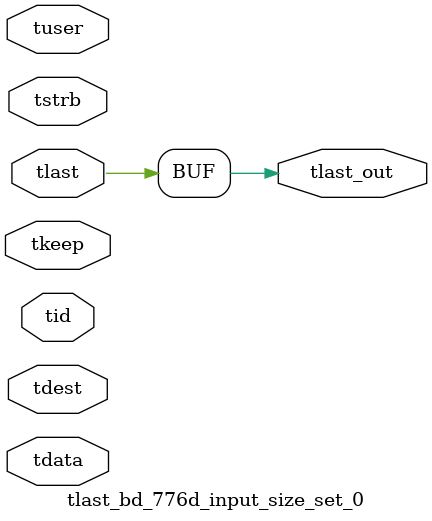
<source format=v>


`timescale 1ps/1ps

module tlast_bd_776d_input_size_set_0 #
(
parameter C_S_AXIS_TID_WIDTH   = 1,
parameter C_S_AXIS_TUSER_WIDTH = 0,
parameter C_S_AXIS_TDATA_WIDTH = 0,
parameter C_S_AXIS_TDEST_WIDTH = 0
)
(
input  [(C_S_AXIS_TID_WIDTH   == 0 ? 1 : C_S_AXIS_TID_WIDTH)-1:0       ] tid,
input  [(C_S_AXIS_TDATA_WIDTH == 0 ? 1 : C_S_AXIS_TDATA_WIDTH)-1:0     ] tdata,
input  [(C_S_AXIS_TUSER_WIDTH == 0 ? 1 : C_S_AXIS_TUSER_WIDTH)-1:0     ] tuser,
input  [(C_S_AXIS_TDEST_WIDTH == 0 ? 1 : C_S_AXIS_TDEST_WIDTH)-1:0     ] tdest,
input  [(C_S_AXIS_TDATA_WIDTH/8)-1:0 ] tkeep,
input  [(C_S_AXIS_TDATA_WIDTH/8)-1:0 ] tstrb,
input  [0:0]                                                             tlast,
output                                                                   tlast_out
);

assign tlast_out = {tlast[0]};

endmodule


</source>
